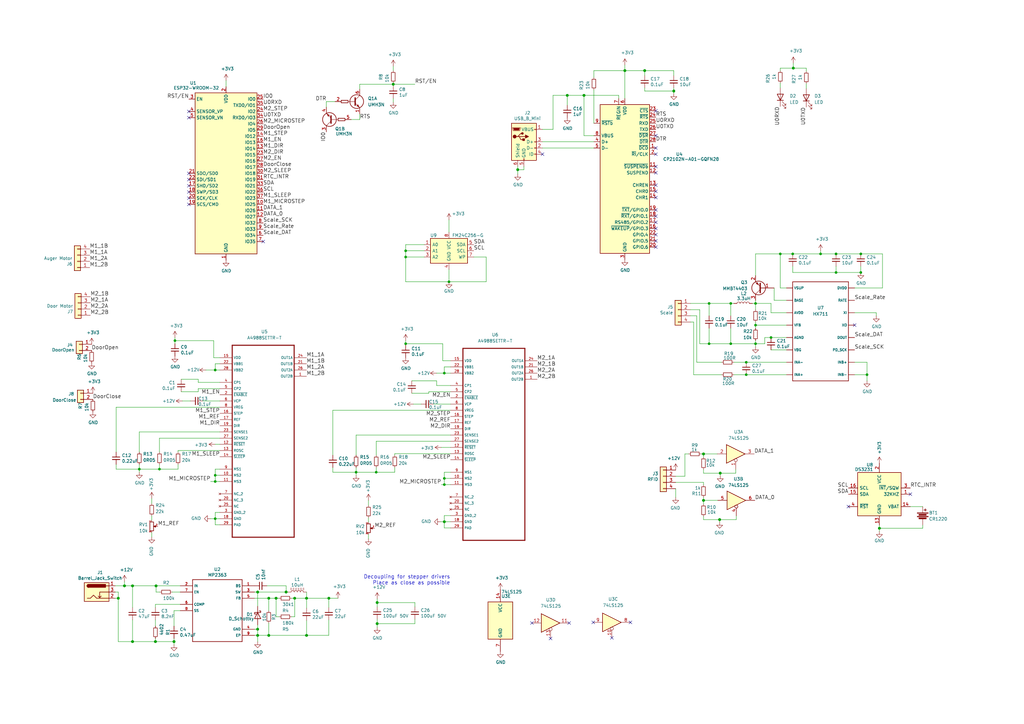
<source format=kicad_sch>
(kicad_sch (version 20230620) (generator eeschema)
  (paper "A3")
  (title_block (title "RFID Pet Feeder") (date "2023-07-14") (rev "1.1") (company "Ian Freislich"))
  (junction (at 125.73 245.364) (diameter 1.016))
  (junction (at 306.07 148.59))
  (junction (at 88.265 194.945))
  (junction (at 54.356 263.144) (diameter 1.016))
  (junction (at 342.9 111.76))
  (junction (at 146.05 193.675))
  (junction (at 288.544 205.232) (diameter 1.016))
  (junction (at 88.265 197.485))
  (junction (at 71.374 263.144) (diameter 1.016))
  (junction (at 299.72 140.97))
  (junction (at 232.664 39.116) (diameter 1.016))
  (junction (at 295.148 213.106) (diameter 1.016))
  (junction (at 299.72 124.46))
  (junction (at 71.755 139.7))
  (junction (at 48.514 245.364) (diameter 1.016))
  (junction (at 353.06 104.14))
  (junction (at 309.88 124.46))
  (junction (at 166.37 102.87))
  (junction (at 288.544 186.182) (diameter 1.016))
  (junction (at 184.15 115.57))
  (junction (at 117.348 242.824) (diameter 1.016))
  (junction (at 182.245 213.995) (diameter 1.016))
  (junction (at 88.265 151.765))
  (junction (at 161.29 34.544) (diameter 1.016))
  (junction (at 325.374 27.94) (diameter 1.016))
  (junction (at 360.68 216.662) (diameter 1.016))
  (junction (at 295.402 194.056) (diameter 1.016))
  (junction (at 256.286 28.956) (diameter 1.016))
  (junction (at 290.83 140.97))
  (junction (at 309.88 140.97))
  (junction (at 105.664 258.064) (diameter 1.016))
  (junction (at 182.245 196.215))
  (junction (at 154.686 255.778) (diameter 1.016))
  (junction (at 316.23 138.43))
  (junction (at 182.245 198.755))
  (junction (at 154.305 193.675))
  (junction (at 212.344 69.596) (diameter 1.016))
  (junction (at 51.054 240.284) (diameter 1.016))
  (junction (at 320.04 104.14))
  (junction (at 110.236 245.364) (diameter 1.016))
  (junction (at 342.9 104.14))
  (junction (at 166.37 140.97))
  (junction (at 105.664 242.824) (diameter 1.016))
  (junction (at 355.6 153.67))
  (junction (at 306.07 153.67))
  (junction (at 290.83 124.46))
  (junction (at 239.522 39.116) (diameter 1.016))
  (junction (at 105.664 260.604) (diameter 1.016))
  (junction (at 64.008 240.284) (diameter 1.016))
  (junction (at 57.15 192.405))
  (junction (at 154.686 247.142) (diameter 1.016))
  (junction (at 54.356 240.284) (diameter 1.016))
  (junction (at 65.405 192.405))
  (junction (at 336.55 104.14))
  (junction (at 353.06 111.76))
  (junction (at 125.73 260.604) (diameter 1.016))
  (junction (at 166.37 105.41))
  (junction (at 63.754 263.144) (diameter 1.016))
  (junction (at 325.12 104.14))
  (junction (at 113.2332 245.364) (diameter 1.016))
  (junction (at 120.8532 245.364) (diameter 1.016))
  (junction (at 88.265 212.725))
  (junction (at 309.88 133.35))
  (junction (at 264.414 28.956) (diameter 1.016))
  (junction (at 134.874 245.364) (diameter 1.016))
  (junction (at 182.245 153.035))
  (junction (at 276.352 37.338) (diameter 1.016))
  (junction (at 110.236 260.604) (diameter 1.016))
  (no_connect (at 77.47 73.66))
  (no_connect (at 268.986 91.186))
  (no_connect (at 218.186 255.524))
  (no_connect (at 77.47 78.74))
  (no_connect (at 268.986 60.706))
  (no_connect (at 268.986 70.866))
  (no_connect (at 347.98 207.772))
  (no_connect (at 268.986 55.626))
  (no_connect (at 77.47 81.28))
  (no_connect (at 243.332 255.27))
  (no_connect (at 77.47 83.82))
  (no_connect (at 268.986 98.806))
  (no_connect (at 268.986 75.946))
  (no_connect (at 268.986 101.346))
  (no_connect (at 107.95 99.06))
  (no_connect (at 250.952 261.62))
  (no_connect (at 77.47 45.72))
  (no_connect (at 222.504 63.246))
  (no_connect (at 268.986 81.026))
  (no_connect (at 268.986 68.326))
  (no_connect (at 268.986 78.486))
  (no_connect (at 77.47 76.2))
  (no_connect (at 268.986 45.466))
  (no_connect (at 77.47 71.12))
  (no_connect (at 268.986 93.726))
  (no_connect (at 233.426 255.524))
  (no_connect (at 373.38 202.692))
  (no_connect (at 258.572 255.27))
  (no_connect (at 268.986 96.266))
  (no_connect (at 225.806 261.874))
  (no_connect (at 350.52 133.35))
  (no_connect (at 77.47 48.26))
  (no_connect (at 268.986 88.646))
  (no_connect (at 268.986 86.106))
  (no_connect (at 268.986 63.246))
  (wire (pts (xy 119.5832 252.984) (xy 120.8532 252.984)))
  (wire (pts (xy 71.755 138.43) (xy 71.755 139.7)))
  (wire (pts (xy 63.754 254.254) (xy 63.754 256.794)))
  (wire (pts (xy 54.356 254.254) (xy 54.356 263.144)))
  (wire (pts (xy 301.752 194.056) (xy 301.752 192.532)))
  (wire (pts (xy 175.895 161.29) (xy 168.91 161.29)))
  (wire (pts (xy 309.88 124.46) (xy 316.23 124.46)))
  (wire (pts (xy 320.04 34.036) (xy 320.04 36.068)))
  (wire (pts (xy 134.874 245.364) (xy 138.6332 245.364)))
  (wire (pts (xy 342.9 111.76) (xy 353.06 111.76)))
  (wire (pts (xy 120.8532 245.364) (xy 120.8532 252.984)))
  (wire (pts (xy 105.664 260.604) (xy 110.236 260.604)))
  (wire (pts (xy 184.15 95.25) (xy 184.15 90.17)))
  (wire (pts (xy 283.21 129.54) (xy 285.75 129.54)))
  (wire (pts (xy 48.514 242.824) (xy 48.514 245.364)))
  (wire (pts (xy 212.344 68.326) (xy 212.344 69.596)))
  (wire (pts (xy 120.8532 245.364) (xy 125.73 245.364)))
  (wire (pts (xy 109.474 240.284) (xy 117.348 240.284)))
  (wire (pts (xy 110.236 260.604) (xy 125.73 260.604)))
  (wire (pts (xy 212.344 69.596) (xy 212.344 71.374)))
  (wire (pts (xy 161.925 186.055) (xy 184.785 186.055)))
  (wire (pts (xy 360.68 216.662) (xy 360.68 217.932)))
  (wire (pts (xy 214.884 68.326) (xy 214.884 69.596)))
  (wire (pts (xy 182.245 150.495) (xy 182.245 153.035)))
  (wire (pts (xy 73.914 247.904) (xy 63.754 247.904)))
  (wire (pts (xy 166.37 115.57) (xy 184.15 115.57)))
  (wire (pts (xy 243.586 28.956) (xy 256.286 28.956)))
  (wire (pts (xy 285.75 148.59) (xy 295.91 148.59)))
  (wire (pts (xy 256.286 28.956) (xy 256.286 40.386)))
  (wire (pts (xy 105.664 258.064) (xy 104.394 258.064)))
  (wire (pts (xy 277.114 197.866) (xy 288.544 197.866)))
  (wire (pts (xy 90.17 156.845) (xy 81.28 156.845)))
  (wire (pts (xy 290.83 140.97) (xy 299.72 140.97)))
  (wire (pts (xy 373.38 207.772) (xy 378.46 207.772)))
  (wire (pts (xy 63.754 263.144) (xy 71.374 263.144)))
  (wire (pts (xy 184.785 160.655) (xy 175.895 160.655)))
  (wire (pts (xy 105.664 260.604) (xy 105.664 263.144)))
  (wire (pts (xy 81.28 159.385) (xy 90.17 159.385)))
  (wire (pts (xy 256.286 28.956) (xy 264.414 28.956)))
  (wire (pts (xy 287.02 127) (xy 287.02 140.97)))
  (wire (pts (xy 295.148 213.106) (xy 295.148 214.122)))
  (wire (pts (xy 71.374 263.144) (xy 71.374 264.414)))
  (wire (pts (xy 175.895 160.655) (xy 175.895 161.29)))
  (wire (pts (xy 47.244 240.284) (xy 51.054 240.284)))
  (wire (pts (xy 133.858 43.942) (xy 133.858 41.656)))
  (wire (pts (xy 214.884 69.596) (xy 212.344 69.596)))
  (wire (pts (xy 133.858 41.656) (xy 137.414 41.656)))
  (wire (pts (xy 199.39 115.57) (xy 199.39 105.41)))
  (wire (pts (xy 342.9 104.14) (xy 353.06 104.14)))
  (wire (pts (xy 71.374 250.444) (xy 73.914 250.444)))
  (wire (pts (xy 325.12 109.22) (xy 325.12 111.76)))
  (wire (pts (xy 62.23 211.582) (xy 62.23 213.36)))
  (wire (pts (xy 154.686 254) (xy 154.686 255.778)))
  (wire (pts (xy 317.5 123.19) (xy 322.58 123.19)))
  (wire (pts (xy 243.586 36.83) (xy 243.586 50.546)))
  (wire (pts (xy 181.61 140.97) (xy 166.37 140.97)))
  (wire (pts (xy 378.46 216.662) (xy 360.68 216.662)))
  (wire (pts (xy 87.63 146.685) (xy 87.63 139.7)))
  (wire (pts (xy 253.746 39.116) (xy 239.522 39.116)))
  (wire (pts (xy 280.924 186.182) (xy 280.924 195.326)))
  (wire (pts (xy 342.9 109.22) (xy 342.9 111.76)))
  (wire (pts (xy 180.721 213.995) (xy 182.245 213.995)))
  (wire (pts (xy 136.525 186.69) (xy 136.525 168.275)))
  (wire (pts (xy 283.21 132.08) (xy 284.48 132.08)))
  (wire (pts (xy 283.21 127) (xy 287.02 127)))
  (wire (pts (xy 110.236 255.524) (xy 110.236 260.604)))
  (wire (pts (xy 288.544 203.962) (xy 288.544 205.232)))
  (wire (pts (xy 88.265 212.725) (xy 90.17 212.725)))
  (wire (pts (xy 71.755 139.7) (xy 71.755 140.97)))
  (wire (pts (xy 166.37 105.41) (xy 166.37 115.57)))
  (wire (pts (xy 125.73 260.604) (xy 134.874 260.604)))
  (wire (pts (xy 226.822 39.116) (xy 232.664 39.116)))
  (wire (pts (xy 161.29 40.386) (xy 161.29 41.91)))
  (wire (pts (xy 88.265 215.265) (xy 88.265 212.725)))
  (wire (pts (xy 276.352 36.068) (xy 276.352 37.338)))
  (wire (pts (xy 81.28 156.845) (xy 81.28 155.575)))
  (wire (pts (xy 177.8 165.735) (xy 184.785 165.735)))
  (wire (pts (xy 81.28 155.575) (xy 74.295 155.575)))
  (wire (pts (xy 105.664 242.824) (xy 105.664 248.666)))
  (wire (pts (xy 288.544 213.106) (xy 295.148 213.106)))
  (wire (pts (xy 295.148 213.106) (xy 302.006 213.106)))
  (wire (pts (xy 300.99 153.67) (xy 306.07 153.67)))
  (wire (pts (xy 316.23 138.43) (xy 313.69 138.43)))
  (wire (pts (xy 134.874 245.364) (xy 134.874 249.174)))
  (wire (pts (xy 161.29 34.544) (xy 161.29 35.306)))
  (wire (pts (xy 51.054 240.284) (xy 54.356 240.284)))
  (wire (pts (xy 54.356 240.284) (xy 64.008 240.284)))
  (wire (pts (xy 325.374 27.94) (xy 330.708 27.94)))
  (wire (pts (xy 147.574 34.544) (xy 161.29 34.544)))
  (wire (pts (xy 70.612 242.824) (xy 73.914 242.824)))
  (wire (pts (xy 283.21 124.46) (xy 290.83 124.46)))
  (wire (pts (xy 125.73 254.508) (xy 125.73 260.604)))
  (wire (pts (xy 84.455 151.765) (xy 88.265 151.765)))
  (wire (pts (xy 350.52 128.27) (xy 359.41 128.27)))
  (wire (pts (xy 151.13 205.232) (xy 151.13 207.264)))
  (wire (pts (xy 276.352 37.338) (xy 276.352 38.354)))
  (wire (pts (xy 144.018 49.022) (xy 147.574 49.022)))
  (wire (pts (xy 336.55 102.87) (xy 336.55 104.14)))
  (wire (pts (xy 154.686 255.778) (xy 154.686 257.302)))
  (wire (pts (xy 361.95 104.14) (xy 353.06 104.14)))
  (wire (pts (xy 154.305 180.975) (xy 184.785 180.975)))
  (wire (pts (xy 151.13 219.202) (xy 151.13 220.98)))
  (wire (pts (xy 182.245 216.535) (xy 182.245 213.995)))
  (wire (pts (xy 73.025 190.5) (xy 73.025 192.405)))
  (wire (pts (xy 277.114 195.326) (xy 280.924 195.326)))
  (wire (pts (xy 222.504 60.706) (xy 243.586 60.706)))
  (wire (pts (xy 313.69 138.43) (xy 313.69 140.97)))
  (wire (pts (xy 355.6 148.59) (xy 355.6 153.67)))
  (wire (pts (xy 288.544 186.182) (xy 288.544 187.452)))
  (wire (pts (xy 154.305 186.69) (xy 154.305 180.975)))
  (wire (pts (xy 65.532 242.824) (xy 64.008 242.824)))
  (wire (pts (xy 316.23 143.51) (xy 322.58 143.51)))
  (wire (pts (xy 71.374 261.874) (xy 71.374 263.144)))
  (wire (pts (xy 166.37 139.7) (xy 166.37 140.97)))
  (wire (pts (xy 184.15 115.57) (xy 199.39 115.57)))
  (wire (pts (xy 161.925 193.675) (xy 154.305 193.675)))
  (wire (pts (xy 322.58 118.11) (xy 320.04 118.11)))
  (wire (pts (xy 88.265 210.185) (xy 88.265 212.725)))
  (wire (pts (xy 125.73 242.824) (xy 125.73 245.364)))
  (wire (pts (xy 179.07 153.035) (xy 182.245 153.035)))
  (wire (pts (xy 161.925 191.77) (xy 161.925 193.675)))
  (wire (pts (xy 92.71 33.02) (xy 92.71 35.56)))
  (wire (pts (xy 113.2332 245.364) (xy 113.2332 252.984)))
  (wire (pts (xy 83.185 164.465) (xy 90.17 164.465)))
  (wire (pts (xy 309.88 133.35) (xy 309.88 134.62)))
  (wire (pts (xy 288.544 205.232) (xy 294.386 205.232)))
  (wire (pts (xy 226.822 53.086) (xy 226.822 39.116)))
  (wire (pts (xy 86.36 212.725) (xy 88.265 212.725)))
  (wire (pts (xy 170.18 248.92) (xy 170.18 247.142)))
  (wire (pts (xy 147.574 46.736) (xy 147.574 49.022)))
  (wire (pts (xy 88.265 194.945) (xy 88.265 197.485)))
  (wire (pts (xy 243.586 31.75) (xy 243.586 28.956)))
  (wire (pts (xy 90.17 146.685) (xy 87.63 146.685)))
  (wire (pts (xy 88.265 182.245) (xy 90.17 182.245)))
  (wire (pts (xy 180.975 183.515) (xy 184.785 183.515)))
  (wire (pts (xy 113.2332 245.364) (xy 114.5032 245.364)))
  (wire (pts (xy 151.13 212.344) (xy 151.13 214.122)))
  (wire (pts (xy 51.054 238.506) (xy 51.054 240.284)))
  (wire (pts (xy 47.625 192.405) (xy 57.15 192.405)))
  (wire (pts (xy 90.17 184.785) (xy 73.025 184.785)))
  (wire (pts (xy 63.754 261.874) (xy 63.754 263.144)))
  (wire (pts (xy 290.83 124.46) (xy 299.72 124.46)))
  (wire (pts (xy 65.405 179.705) (xy 90.17 179.705)))
  (wire (pts (xy 288.544 194.056) (xy 295.402 194.056)))
  (wire (pts (xy 322.58 128.27) (xy 316.23 128.27)))
  (wire (pts (xy 350.52 153.67) (xy 355.6 153.67)))
  (wire (pts (xy 169.545 165.735) (xy 172.72 165.735)))
  (wire (pts (xy 161.29 34.036) (xy 161.29 34.544)))
  (wire (pts (xy 182.245 213.995) (xy 184.785 213.995)))
  (wire (pts (xy 146.05 193.675) (xy 154.305 193.675)))
  (wire (pts (xy 309.88 132.08) (xy 309.88 133.35)))
  (wire (pts (xy 325.12 104.14) (xy 336.55 104.14)))
  (wire (pts (xy 284.48 153.67) (xy 295.91 153.67)))
  (wire (pts (xy 290.83 134.62) (xy 290.83 140.97)))
  (wire (pts (xy 288.544 211.836) (xy 288.544 213.106)))
  (wire (pts (xy 90.17 149.225) (xy 88.265 149.225)))
  (wire (pts (xy 117.348 240.284) (xy 117.348 242.824)))
  (wire (pts (xy 184.15 110.49) (xy 184.15 115.57)))
  (wire (pts (xy 309.88 124.46) (xy 309.88 127)))
  (wire (pts (xy 309.88 139.7) (xy 309.88 140.97)))
  (wire (pts (xy 88.265 194.945) (xy 90.17 194.945)))
  (wire (pts (xy 184.785 147.955) (xy 181.61 147.955)))
  (wire (pts (xy 146.05 193.675) (xy 146.05 194.945)))
  (wire (pts (xy 306.07 153.67) (xy 322.58 153.67)))
  (wire (pts (xy 147.574 36.576) (xy 147.574 34.544)))
  (wire (pts (xy 299.72 134.62) (xy 299.72 140.97)))
  (wire (pts (xy 361.95 118.11) (xy 361.95 104.14)))
  (wire (pts (xy 90.17 210.185) (xy 88.265 210.185)))
  (wire (pts (xy 64.008 240.284) (xy 64.008 242.824)))
  (wire (pts (xy 295.402 194.056) (xy 295.402 195.072)))
  (wire (pts (xy 47.625 190.5) (xy 47.625 192.405)))
  (wire (pts (xy 320.04 27.94) (xy 320.04 28.956)))
  (wire (pts (xy 105.664 258.064) (xy 105.664 260.604)))
  (wire (pts (xy 378.46 215.392) (xy 378.46 216.662)))
  (wire (pts (xy 282.448 186.182) (xy 280.924 186.182)))
  (wire (pts (xy 325.374 25.908) (xy 325.374 27.94)))
  (wire (pts (xy 316.23 138.43) (xy 322.58 138.43)))
  (wire (pts (xy 136.525 168.275) (xy 184.785 168.275)))
  (wire (pts (xy 154.305 191.77) (xy 154.305 193.675)))
  (wire (pts (xy 256.286 26.67) (xy 256.286 28.956)))
  (wire (pts (xy 284.48 132.08) (xy 284.48 153.67)))
  (wire (pts (xy 330.708 34.29) (xy 330.708 36.322)))
  (wire (pts (xy 290.83 124.46) (xy 290.83 129.54)))
  (wire (pts (xy 88.265 149.225) (xy 88.265 151.765)))
  (wire (pts (xy 182.245 211.455) (xy 182.245 213.995)))
  (wire (pts (xy 299.72 124.46) (xy 300.99 124.46)))
  (wire (pts (xy 136.525 193.675) (xy 146.05 193.675)))
  (wire (pts (xy 73.025 192.405) (xy 65.405 192.405)))
  (wire (pts (xy 161.29 27.178) (xy 161.29 28.956)))
  (wire (pts (xy 287.02 140.97) (xy 290.83 140.97)))
  (wire (pts (xy 104.394 242.824) (xy 105.664 242.824)))
  (wire (pts (xy 90.17 215.265) (xy 88.265 215.265)))
  (wire (pts (xy 320.04 104.14) (xy 325.12 104.14)))
  (wire (pts (xy 134.874 260.604) (xy 134.874 254.254)))
  (wire (pts (xy 325.12 111.76) (xy 342.9 111.76)))
  (wire (pts (xy 264.414 37.338) (xy 276.352 37.338)))
  (wire (pts (xy 63.754 247.904) (xy 63.754 249.174)))
  (wire (pts (xy 313.69 140.97) (xy 309.88 140.97)))
  (wire (pts (xy 320.04 27.94) (xy 325.374 27.94)))
  (wire (pts (xy 105.664 242.824) (xy 117.348 242.824)))
  (wire (pts (xy 88.265 151.765) (xy 90.17 151.765)))
  (wire (pts (xy 125.73 245.364) (xy 134.874 245.364)))
  (wire (pts (xy 173.99 105.41) (xy 166.37 105.41)))
  (wire (pts (xy 57.15 190.5) (xy 57.15 192.405)))
  (wire (pts (xy 47.244 245.364) (xy 48.514 245.364)))
  (wire (pts (xy 300.99 148.59) (xy 306.07 148.59)))
  (wire (pts (xy 184.785 150.495) (xy 182.245 150.495)))
  (wire (pts (xy 232.664 39.116) (xy 239.522 39.116)))
  (wire (pts (xy 90.17 192.405) (xy 88.265 192.405)))
  (wire (pts (xy 166.37 100.33) (xy 166.37 102.87)))
  (wire (pts (xy 47.625 167.005) (xy 90.17 167.005)))
  (wire (pts (xy 47.625 185.42) (xy 47.625 167.005)))
  (wire (pts (xy 264.414 36.068) (xy 264.414 37.338)))
  (wire (pts (xy 54.356 240.284) (xy 54.356 249.174)))
  (wire (pts (xy 62.23 204.47) (xy 62.23 206.502)))
  (wire (pts (xy 170.18 254) (xy 170.18 255.778)))
  (wire (pts (xy 168.91 156.21) (xy 179.07 156.21)))
  (wire (pts (xy 353.06 109.22) (xy 353.06 111.76)))
  (wire (pts (xy 57.15 185.42) (xy 57.15 177.165)))
  (wire (pts (xy 125.73 245.364) (xy 125.73 249.428)))
  (wire (pts (xy 309.88 133.35) (xy 322.58 133.35)))
  (wire (pts (xy 360.68 215.392) (xy 360.68 216.662)))
  (wire (pts (xy 161.925 186.055) (xy 161.925 186.69)))
  (wire (pts (xy 119.5832 245.364) (xy 120.8532 245.364)))
  (wire (pts (xy 264.414 28.956) (xy 276.352 28.956)))
  (wire (pts (xy 295.402 194.056) (xy 301.752 194.056)))
  (wire (pts (xy 320.04 118.11) (xy 320.04 104.14)))
  (wire (pts (xy 253.746 40.386) (xy 253.746 39.116)))
  (wire (pts (xy 173.99 102.87) (xy 166.37 102.87)))
  (wire (pts (xy 276.352 28.956) (xy 276.352 30.988)))
  (wire (pts (xy 104.394 260.604) (xy 105.664 260.604)))
  (wire (pts (xy 232.664 39.116) (xy 232.664 43.18)))
  (wire (pts (xy 288.544 197.866) (xy 288.544 198.882)))
  (wire (pts (xy 179.07 156.21) (xy 179.07 158.115)))
  (wire (pts (xy 288.544 205.232) (xy 288.544 206.756)))
  (wire (pts (xy 65.405 185.42) (xy 65.405 179.705)))
  (wire (pts (xy 222.504 58.166) (xy 243.586 58.166)))
  (wire (pts (xy 182.245 198.755) (xy 184.785 198.755)))
  (wire (pts (xy 316.23 128.27) (xy 316.23 124.46)))
  (wire (pts (xy 182.245 211.455) (xy 184.785 211.455)))
  (wire (pts (xy 239.522 39.116) (xy 239.522 55.626)))
  (wire (pts (xy 181.61 147.955) (xy 181.61 140.97)))
  (wire (pts (xy 170.18 255.778) (xy 154.686 255.778)))
  (wire (pts (xy 146.05 191.77) (xy 146.05 193.675)))
  (wire (pts (xy 64.008 240.284) (xy 73.914 240.284)))
  (wire (pts (xy 350.52 148.59) (xy 355.6 148.59)))
  (wire (pts (xy 285.75 129.54) (xy 285.75 148.59)))
  (wire (pts (xy 73.025 184.785) (xy 73.025 185.42)))
  (wire (pts (xy 330.708 27.94) (xy 330.708 29.21)))
  (wire (pts (xy 182.245 196.215) (xy 182.245 198.755)))
  (wire (pts (xy 48.514 245.364) (xy 48.514 263.144)))
  (wire (pts (xy 48.514 263.144) (xy 54.356 263.144)))
  (wire (pts (xy 54.356 263.144) (xy 63.754 263.144)))
  (wire (pts (xy 182.245 196.215) (xy 184.785 196.215)))
  (wire (pts (xy 350.52 118.11) (xy 361.95 118.11)))
  (wire (pts (xy 65.405 192.405) (xy 57.15 192.405)))
  (wire (pts (xy 170.18 247.142) (xy 154.686 247.142)))
  (wire (pts (xy 199.39 105.41) (xy 194.31 105.41)))
  (wire (pts (xy 105.664 256.286) (xy 105.664 258.064)))
  (wire (pts (xy 182.245 193.675) (xy 182.245 196.215)))
  (wire (pts (xy 113.2332 252.984) (xy 114.5032 252.984)))
  (wire (pts (xy 74.803 164.465) (xy 78.105 164.465)))
  (wire (pts (xy 299.72 124.46) (xy 299.72 129.54)))
  (wire (pts (xy 57.15 192.405) (xy 57.15 193.675)))
  (wire (pts (xy 239.522 55.626) (xy 243.586 55.626)))
  (wire (pts (xy 288.544 186.182) (xy 294.132 186.182)))
  (wire (pts (xy 184.785 178.435) (xy 146.05 178.435)))
  (wire (pts (xy 306.07 148.59) (xy 322.58 148.59)))
  (wire (pts (xy 161.29 34.544) (xy 170.18 34.544)))
  (wire (pts (xy 71.374 256.794) (xy 71.374 250.444)))
  (wire (pts (xy 74.295 160.655) (xy 81.28 160.655)))
  (wire (pts (xy 166.37 102.87) (xy 166.37 105.41)))
  (wire (pts (xy 65.405 190.5) (xy 65.405 192.405)))
  (wire (pts (xy 86.36 197.485) (xy 88.265 197.485)))
  (wire (pts (xy 117.348 242.824) (xy 118.11 242.824)))
  (wire (pts (xy 154.686 247.142) (xy 154.686 248.92)))
  (wire (pts (xy 184.785 193.675) (xy 182.245 193.675)))
  (wire (pts (xy 264.414 28.956) (xy 264.414 30.988)))
  (wire (pts (xy 317.5 118.11) (xy 317.5 123.19)))
  (wire (pts (xy 87.63 139.7) (xy 71.755 139.7)))
  (wire (pts (xy 179.07 158.115) (xy 184.785 158.115)))
  (wire (pts (xy 47.244 242.824) (xy 48.514 242.824)))
  (wire (pts (xy 146.05 178.435) (xy 146.05 186.69)))
  (wire (pts (xy 277.114 200.406) (xy 277.114 203.962)))
  (wire (pts (xy 110.236 245.364) (xy 110.236 250.444)))
  (wire (pts (xy 309.88 104.14) (xy 320.04 104.14)))
  (wire (pts (xy 110.236 245.364) (xy 113.2332 245.364)))
  (wire (pts (xy 309.88 113.03) (xy 309.88 104.14)))
  (wire (pts (xy 302.006 213.106) (xy 302.006 211.582)))
  (wire (pts (xy 336.55 104.14) (xy 342.9 104.14)))
  (wire (pts (xy 104.394 245.364) (xy 110.236 245.364)))
  (wire (pts (xy 166.37 140.97) (xy 166.37 141.605)))
  (wire (pts (xy 355.6 153.67) (xy 355.6 156.21)))
  (wire (pts (xy 308.61 124.46) (xy 309.88 124.46)))
  (wire (pts (xy 287.528 186.182) (xy 288.544 186.182)))
  (wire (pts (xy 57.15 177.165) (xy 90.17 177.165)))
  (wire (pts (xy 359.41 128.27) (xy 359.41 129.54)))
  (wire (pts (xy 288.544 192.532) (xy 288.544 194.056)))
  (wire (pts (xy 182.245 216.535) (xy 184.785 216.535)))
  (wire (pts (xy 136.525 191.77) (xy 136.525 193.675)))
  (wire (pts (xy 154.686 245.618) (xy 154.686 247.142)))
  (wire (pts (xy 222.504 53.086) (xy 226.822 53.086)))
  (wire (pts (xy 88.265 192.405) (xy 88.265 194.945)))
  (wire (pts (xy 180.975 198.755) (xy 182.245 198.755)))
  (wire (pts (xy 182.245 153.035) (xy 184.785 153.035)))
  (wire (pts (xy 166.37 100.33) (xy 173.99 100.33)))
  (wire (pts (xy 309.88 123.19) (xy 309.88 124.46)))
  (wire (pts (xy 88.265 197.485) (xy 90.17 197.485)))
  (wire (pts (xy 62.23 218.44) (xy 62.23 220.218)))
  (wire (pts (xy 299.72 140.97) (xy 309.88 140.97)))
  (wire (pts (xy 81.28 160.655) (xy 81.28 159.385)))
  (wire (pts (xy 309.88 140.97) (xy 309.88 142.24)))
  (text "Decoupling for stepper drivers\nPlace as close as possible" (at 184.658 240.03 0) (effects (font (size 1.524 1.524)) (justify right bottom)))
  (label "M2_DIR" (at 184.785 175.895 0) (effects (font (size 1.524 1.524))))
  (label "RTS" (at 268.986 48.006 0) (effects (font (size 1.524 1.524))))
  (label "M2_STEP" (at 107.95 45.72 0) (effects (font (size 1.524 1.524))))
  (label "M2_1A" (at 37.084 124.206 0) (effects (font (size 1.524 1.524))))
  (label "M1_REF" (at 64.77 215.9 0) (effects (font (size 1.524 1.524))))
  (label "IO0" (at 107.95 40.64 0) (effects (font (size 1.524 1.524))))
  (label "M2_REF" (at 153.67 216.662 0) (effects (font (size 1.524 1.524))))
  (label "U0TXD" (at 107.95 48.26 0) (effects (font (size 1.524 1.524))))
  (label "RTC_INTR" (at 373.38 200.152 0) (effects (font (size 1.524 1.524))))
  (label "SCL" (at 107.95 78.74 0) (effects (font (size 1.524 1.524))))
  (label "M1_STEP" (at 90.17 169.545 0) (effects (font (size 1.524 1.524))))
  (label "M1_1A" (at 36.83 104.648 0) (effects (font (size 1.524 1.524))))
  (label "DoorClose" (at 107.95 68.58 0) (effects (font (size 1.524 1.524))))
  (label "DATA_1" (at 107.95 86.36 0) (effects (font (size 1.524 1.524))))
  (label "Scale_DAT" (at 107.95 96.52 0) (effects (font (size 1.524 1.524))))
  (label "SCL" (at 194.31 102.87 0) (effects (font (size 1.524 1.524))))
  (label "DATA_1" (at 309.372 186.182 0) (effects (font (size 1.524 1.524))))
  (label "U0RXD" (at 320.04 43.688 90) (effects (font (size 1.524 1.524))))
  (label "M1_MICROSTEP" (at 86.36 197.485 0) (effects (font (size 1.524 1.524))))
  (label "RTS" (at 147.574 49.022 0) (effects (font (size 1.524 1.524))))
  (label "M2_EN" (at 107.95 66.04 0) (effects (font (size 1.524 1.524))))
  (label "U0RXD" (at 107.95 43.18 0) (effects (font (size 1.524 1.524))))
  (label "DoorClose" (at 38.1 163.83 0) (effects (font (size 1.524 1.524))))
  (label "M1_EN" (at 90.17 161.925 0) (effects (font (size 1.524 1.524))))
  (label "M2_DIR" (at 107.95 63.5 0) (effects (font (size 1.524 1.524))))
  (label "M1_2A" (at 36.83 107.188 0) (effects (font (size 1.524 1.524))))
  (label "SDA" (at 107.95 76.2 0) (effects (font (size 1.524 1.524))))
  (label "SDA" (at 194.31 100.33 0) (effects (font (size 1.524 1.524))))
  (label "DATA_0" (at 309.626 205.232 0) (effects (font (size 1.524 1.524))))
  (label "RST{slash}EN" (at 77.47 40.64 0) (effects (font (size 1.524 1.524))))
  (label "M1_2B" (at 36.83 109.728 0) (effects (font (size 1.524 1.524))))
  (label "M1_REF" (at 90.17 172.085 0) (effects (font (size 1.524 1.524))))
  (label "SCL" (at 347.98 200.152 0) (effects (font (size 1.524 1.524))))
  (label "M2_1B" (at 37.084 121.666 0) (effects (font (size 1.524 1.524))))
  (label "M2_2A" (at 37.084 126.746 0) (effects (font (size 1.524 1.524))))
  (label "M1_DIR" (at 90.17 174.625 0) (effects (font (size 1.524 1.524))))
  (label "M2_MICROSTEP" (at 180.975 198.755 0) (effects (font (size 1.524 1.524))))
  (label "M1_1B" (at 36.83 102.108 0) (effects (font (size 1.524 1.524))))
  (label "Scale_Rate" (at 350.52 123.19 0) (effects (font (size 1.524 1.524))))
  (label "M2_MICROSTEP" (at 107.95 50.8 0) (effects (font (size 1.524 1.524))))
  (label "SDA" (at 347.98 202.692 0) (effects (font (size 1.524 1.524))))
  (label "M1_STEP" (at 107.95 55.88 0) (effects (font (size 1.524 1.524))))
  (label "M2_2B" (at 37.084 129.286 0) (effects (font (size 1.524 1.524))))
  (label "IO0" (at 133.858 54.102 90) (effects (font (size 1.524 1.524))))
  (label "M1_EN" (at 107.95 58.42 0) (effects (font (size 1.524 1.524))))
  (label "M1_MICROSTEP" (at 107.95 83.82 0) (effects (font (size 1.524 1.524))))
  (label "U0TXD" (at 330.708 43.942 90) (effects (font (size 1.524 1.524))))
  (label "M2_EN" (at 184.785 163.195 0) (effects (font (size 1.524 1.524))))
  (label "DoorOpen" (at 107.95 53.34 0) (effects (font (size 1.524 1.524))))
  (label "M2_SLEEP" (at 184.785 188.595 180) (effects (font (size 1.524 1.524))))
  (label "M1_SLEEP" (at 107.95 81.28 0) (effects (font (size 1.524 1.524))))
  (label "M1_2A" (at 125.73 151.765 0) (effects (font (size 1.524 1.524))))
  (label "M2_2A" (at 220.345 153.035 0) (effects (font (size 1.524 1.524))))
  (label "Scale_Rate" (at 107.95 93.98 0) (effects (font (size 1.524 1.524))))
  (label "M1_1B" (at 125.73 149.225 0) (effects (font (size 1.524 1.524))))
  (label "Scale_SCK" (at 350.52 143.51 0) (effects (font (size 1.524 1.524))))
  (label "DTR" (at 133.858 41.656 0) (effects (font (size 1.524 1.524))))
  (label "Scale_DAT" (at 350.52 138.43 0) (effects (font (size 1.524 1.524))))
  (label "RTC_INTR" (at 107.95 73.66 0) (effects (font (size 1.524 1.524))))
  (label "RST{slash}EN" (at 170.18 34.544 0) (effects (font (size 1.524 1.524))))
  (label "DoorOpen" (at 37.592 143.764 0) (effects (font (size 1.524 1.524))))
  (label "M2_STEP" (at 184.785 170.815 0) (effects (font (size 1.524 1.524))))
  (label "M2_1B" (at 220.345 150.495 0) (effects (font (size 1.524 1.524))))
  (label "M2_REF" (at 184.785 173.355 0) (effects (font (size 1.524 1.524))))
  (label "Scale_SCK" (at 107.95 91.44 0) (effects (font (size 1.524 1.524))))
  (label "U0TXD" (at 268.986 53.086 0) (effects (font (size 1.524 1.524))))
  (label "DATA_0" (at 107.95 88.9 0) (effects (font (size 1.524 1.524))))
  (label "M1_2B" (at 125.73 154.305 0) (effects (font (size 1.524 1.524))))
  (label "M1_1A" (at 125.73 146.685 0) (effects (font (size 1.524 1.524))))
  (label "DTR" (at 268.986 58.166 0) (effects (font (size 1.524 1.524))))
  (label "M2_1A" (at 220.345 147.955 0) (effects (font (size 1.524 1.524))))
  (label "U0RXD" (at 268.986 50.546 0) (effects (font (size 1.524 1.524))))
  (label "M1_DIR" (at 107.95 60.96 0) (effects (font (size 1.524 1.524))))
  (label "M2_SLEEP" (at 107.95 71.12 0) (effects (font (size 1.524 1.524))))
  (label "M2_2B" (at 220.345 155.575 0) (effects (font (size 1.524 1.524))))
  (label "M1_SLEEP" (at 90.17 187.325 180) (effects (font (size 1.524 1.524))))
  (symbol (lib_id "Device:L_Ferrite") (at 121.92 242.824 90) (unit 1)
    (property "Reference" "L1" (at 121.92 237.617 90))
    (property "Value" "10uH" (at 121.92 239.9284 90))
    (property "Footprint" "Inductor_SMD:L_7.3x7.3_H3.5" (effects hide))
  )
  (symbol (lib_id "Device:C_Small") (at 125.73 251.968 0) (unit 1)
    (property "Reference" "C6" (at 128.0668 250.7996 0) (effects (justify left)))
    (property "Value" "22uF" (at 128.0668 253.111 0) (effects (justify left)))
    (property "Footprint" "Capacitor_SMD:C_0805_2012Metric" (effects hide))
  )
  (symbol (lib_id "Connector_Generic:Conn_01x04") (at 272.034 195.326 0) (mirror y) (unit 1)
    (property "Reference" "J3" (at 270.002 194.2592 0) (effects (justify left)))
    (property "Value" "RFID" (at 270.002 196.571 0) (effects (justify left)))
    (property "Footprint" "Connector_JST:JST_PH_B4B-PH-K_1x04_P2.00mm_Vertical" (effects hide))
  )
  (symbol (lib_id "power:GND") (at 277.114 203.962 0) (mirror y) (unit 1)
    (property "Reference" "#PWR09" (effects hide))
    (property "Value" "GND" (at 276.987 208.3562 0))
  )
  (symbol (lib_id "Connector:USB_B_Mini") (at 214.884 58.166 0) (unit 1)
    (property "Reference" "J2" (at 216.3316 46.3038 0))
    (property "Value" "USB_B_Mini" (at 216.332 48.616 0))
    (property "Footprint" "Connector_USB:USB_Mini-B_Lumberg_2486_01_Horizontal" (effects hide))
  )
  (symbol (lib_id "mp2307:MP2307DN-LF-Z") (at 89.154 250.444 0) (unit 1)
    (property "Reference" "U2" (at 89.154 233.5276 0))
    (property "Value" "MP2363" (at 89.154 235.839 0))
    (property "Footprint" "Package_SO:HSOP-8-1EP_3.9x4.9mm_P1.27mm_EP2.41x3.1mm_ThermalVias" (effects hide))
    (property "Datasheet" "1.9" (effects hide))
    (property "Field4" "IPC 7351B" (effects hide))
    (property "Field5" "Monolithic Power  System" (effects hide))
  )
  (symbol (lib_id "Connector:Barrel_Jack_Switch") (at 39.624 242.824 0) (unit 1)
    (property "Reference" "J1" (at 41.0718 234.7976 0))
    (property "Value" "Barrel_Jack_Switch" (at 41.0718 237.109 0))
    (property "Footprint" "Connector_BarrelJack:BarrelJack_Horizontal" (effects hide))
  )
  (symbol (lib_id "Device:C_Small") (at 71.374 259.334 0) (unit 1)
    (property "Reference" "C4" (at 73.7108 258.1656 0) (effects (justify left)))
    (property "Value" "0.47uF" (at 73.711 260.477 0) (effects (justify left)))
    (property "Footprint" "Capacitor_SMD:C_0805_2012Metric" (effects hide))
  )
  (symbol (lib_id "Device:R_Small") (at 68.072 242.824 270) (unit 1)
    (property "Reference" "R2" (at 66.802 239.014 90) (effects (justify left)))
    (property "Value" "100k" (at 66.802 245.364 90) (effects (justify left)))
    (property "Footprint" "Resistor_SMD:R_0603_1608Metric" (effects hide))
  )
  (symbol (lib_id "Device:C_Small") (at 63.754 251.714 0) (unit 1)
    (property "Reference" "C3" (at 66.0908 250.5456 0) (effects (justify left)))
    (property "Value" "8.2nF" (at 66.091 252.857 0) (effects (justify left)))
    (property "Footprint" "Capacitor_SMD:C_0805_2012Metric" (effects hide))
  )
  (symbol (lib_id "power:GND") (at 105.664 263.144 0) (unit 1)
    (property "Reference" "#PWR04" (effects hide))
    (property "Value" "GND" (at 105.791 267.5382 0))
  )
  (symbol (lib_id "Device:R_Small") (at 117.0432 245.364 270) (unit 1)
    (property "Reference" "R4" (at 115.7732 250.444 90) (effects (justify left)))
    (property "Value" "30k1" (at 115.7732 247.904 90) (effects (justify left)))
    (property "Footprint" "Resistor_SMD:R_0805_2012Metric" (effects hide))
  )
  (symbol (lib_id "Device:R_Small") (at 110.236 252.984 180) (unit 1)
    (property "Reference" "R3" (at 112.268 251.714 90) (effects (justify left)))
    (property "Value" "10k" (at 108.458 251.206 90) (effects (justify left)))
    (property "Footprint" "Resistor_SMD:R_0603_1608Metric" (effects hide))
  )
  (symbol (lib_id "Device:R_Small") (at 63.754 259.334 0) (unit 1)
    (property "Reference" "R1" (at 68.834 260.604 90) (effects (justify left)))
    (property "Value" "4k02" (at 66.294 260.604 90) (effects (justify left)))
    (property "Footprint" "Resistor_SMD:R_0603_1608Metric" (effects hide))
  )
  (symbol (lib_id "power:GND") (at 71.374 264.414 0) (unit 1)
    (property "Reference" "#PWR03" (effects hide))
    (property "Value" "GND" (at 71.501 268.8082 0))
  )
  (symbol (lib_id "Device:C_Small") (at 134.874 251.714 0) (unit 1)
    (property "Reference" "C7" (at 137.2108 250.5456 0) (effects (justify left)))
    (property "Value" "22uF" (at 137.2108 252.857 0) (effects (justify left)))
    (property "Footprint" "Capacitor_SMD:C_0805_2012Metric" (effects hide))
  )
  (symbol (lib_id "Device:C_Small") (at 106.934 240.284 90) (unit 1)
    (property "Reference" "C5" (at 105.7656 237.9472 0) (effects (justify left)))
    (property "Value" "10nf" (at 108.077 237.9472 0) (effects (justify left)))
    (property "Footprint" "Capacitor_SMD:C_0805_2012Metric" (effects hide))
  )
  (symbol (lib_id "Device:R_Small") (at 117.0432 252.984 270) (unit 1)
    (property "Reference" "R5" (at 115.7732 258.064 90) (effects (justify left)))
    (property "Value" "180k" (at 115.7732 255.524 90) (effects (justify left)))
    (property "Footprint" "Resistor_SMD:R_0805_2012Metric" (effects hide))
  )
  (symbol (lib_id "Device:C_Small") (at 54.356 251.714 0) (unit 1)
    (property "Reference" "C2" (at 56.6928 250.5456 0) (effects (justify left)))
    (property "Value" "47uF" (at 56.6928 252.857 0) (effects (justify left)))
    (property "Footprint" "Capacitor_SMD:C_1206_3216Metric" (effects hide))
  )
  (symbol (lib_id "Device:C_Small") (at 154.686 251.46 0) (unit 1)
    (property "Reference" "C25" (at 157.0228 250.2916 0) (effects (justify left)))
    (property "Value" "100uF 50V" (at 157.023 252.603 0) (effects (justify left)))
    (property "Footprint" "Capacitor_SMD:C_1210_3225Metric" (effects hide))
  )
  (symbol (lib_id "Device:C_Small") (at 232.664 45.72 0) (unit 1)
    (property "Reference" "C16" (at 235.0008 44.5516 0) (effects (justify left)))
    (property "Value" "1uF" (at 235.001 46.863 0) (effects (justify left)))
    (property "Footprint" "Capacitor_SMD:C_0805_2012Metric" (effects hide))
  )
  (symbol (lib_id "74xx:74LS125") (at 205.232 254.508 0) (unit 5)
    (property "Reference" "U3" (at 207.5688 244.5004 0))
    (property "Value" "74LS125" (at 209.8548 242.7224 0))
    (property "Footprint" "Package_SO:SOIC-14_3.9x8.7mm_P1.27mm" (effects hide))
    (property "Datasheet" "http://www.ti.com/lit/gpn/sn74LS125" (effects hide))
  )
  (symbol (lib_id "power:+3V3") (at 62.23 204.47 0) (unit 1)
    (property "Reference" "#PWR0143" (effects hide))
    (property "Value" "+3V3" (at 62.0268 198.628 90))
  )
  (symbol (lib_id "Device:R_Small") (at 309.88 137.16 0) (unit 1)
    (property "Reference" "R22" (at 304.8 135.89 0) (effects (justify left)))
    (property "Value" "10k" (at 304.8 138.43 0) (effects (justify left)))
    (property "Footprint" "Resistor_SMD:R_0603_1608Metric" (effects hide))
  )
  (symbol (lib_id "power:GND") (at 232.664 48.26 0) (unit 1)
    (property "Reference" "#PWR0132" (effects hide))
    (property "Value" "GND" (at 232.791 52.6542 0))
  )
  (symbol (lib_id "ESPbees-rescue:DS3231") (at 360.68 202.692 0) (unit 1)
    (property "Reference" "U8" (at 358.14 190.627 0) (effects (justify right)))
    (property "Value" "DS3231" (at 358.14 192.532 0) (effects (justify right)))
    (property "Footprint" "Package_SO:SOIC-16W_7.5x10.3mm_P1.27mm" (effects hide))
  )
  (symbol (lib_id "A4988:A4988SETTR-T") (at 202.565 178.435 0) (unit 1)
    (property "Reference" "U6" (at 203.073 137.287 0))
    (property "Value" "A4988SETTR-T" (at 203.073 139.827 0))
    (property "Footprint" "Package_DFN_QFN:QFN-28-1EP_5x5mm_P0.5mm_EP3.35x3.35mm_ThermalVias" (effects hide))
    (property "Datasheet" "-" (effects hide))
    (property "Field4" "Allegro" (effects hide))
    (property "Field5" "A4988SETTR-T" (effects hide))
    (property "Field6" "QFN-28" (effects hide))
    (property "Field7" "67R9678" (effects hide))
  )
  (symbol (lib_id "Device:C_Small") (at 290.83 132.08 0) (unit 1)
    (property "Reference" "C19" (at 293.1668 130.9116 0) (effects (justify left)))
    (property "Value" "0.1uF" (at 293.1668 133.223 0) (effects (justify left)))
    (property "Footprint" "Capacitor_SMD:C_0603_1608Metric" (effects hide))
  )
  (symbol (lib_id "RF_Module:ESP32-WROOM-32") (at 92.71 71.12 0) (unit 1)
    (property "Reference" "U1" (at 79.248 34.036 0))
    (property "Value" "ESP32-WROOM-32" (at 80.518 36.068 0))
    (property "Footprint" "RF_Module:ESP32-WROOM-32" (effects hide))
    (property "Datasheet" "https://www.espressif.com/sites/default/files/documentation/esp32-wroom-32_datasheet_en.pdf" (effects hide))
  )
  (symbol (lib_id "Device:R_Small") (at 320.04 31.496 180) (unit 1)
    (property "Reference" "R26" (at 314.96 30.226 90) (effects (justify left)))
    (property "Value" "1k" (at 317.5 30.226 90) (effects (justify left)))
    (property "Footprint" "Resistor_SMD:R_0603_1608Metric" (effects hide))
  )
  (symbol (lib_id "power:+3V3") (at 88.265 182.245 90) (unit 1)
    (property "Reference" "#PWR0127" (effects hide))
    (property "Value" "+3V3" (at 82.423 182.4482 90))
  )
  (symbol (lib_id "Device:C_Small") (at 325.12 106.68 0) (unit 1)
    (property "Reference" "C22" (at 327.4568 105.5116 0) (effects (justify left)))
    (property "Value" "0.1uF" (at 327.4568 107.823 0) (effects (justify left)))
    (property "Footprint" "Capacitor_SMD:C_0603_1608Metric" (effects hide))
  )
  (symbol (lib_id "power:+12V") (at 179.07 153.035 90) (unit 1)
    (property "Reference" "#PWR0130" (effects hide))
    (property "Value" "+12V" (at 173.736 153.035 90))
  )
  (symbol (lib_id "Device:C_Small") (at 168.91 158.75 0) (mirror y) (unit 1)
    (property "Reference" "C14" (at 166.5732 157.5816 0) (effects (justify left)))
    (property "Value" "0.1uF" (at 166.5732 159.893 0) (effects (justify left)))
    (property "Footprint" "Capacitor_SMD:C_0603_1608Metric" (effects hide))
  )
  (symbol (lib_id "ESPbees-rescue:Battery-RESCUE-ESPpowerstar") (at 378.46 211.582 0) (unit 1)
    (property "Reference" "BT1" (at 381 210.312 0) (effects (justify left)))
    (property "Value" "CR1220" (at 381 212.852 0) (effects (justify left)))
    (property "Footprint" "Ians:CR1220SMD" (effects hide))
  )
  (symbol (lib_id "Device:R_Small") (at 288.544 209.296 0) (unit 1)
    (property "Reference" "R10" (at 289.814 208.026 0) (effects (justify left)))
    (property "Value" "10k" (at 290.068 210.058 0) (effects (justify left)))
    (property "Footprint" "Resistor_SMD:R_0603_1608Metric" (effects hide))
  )
  (symbol (lib_id "Device:LED") (at 330.708 40.132 90) (unit 1)
    (property "Reference" "D3" (at 334.01 39.37 90) (effects (justify right)))
    (property "Value" "LED" (at 334.01 41.91 90) (effects (justify right)))
    (property "Footprint" "LED_SMD:LED_0805_2012Metric" (effects hide))
  )
  (symbol (lib_id "Device:R_Small") (at 288.544 189.992 0) (unit 1)
    (property "Reference" "R12" (at 289.56 188.976 0) (effects (justify left)))
    (property "Value" "10k" (at 289.56 190.754 0) (effects (justify left)))
    (property "Footprint" "Resistor_SMD:R_0603_1608Metric" (effects hide))
  )
  (symbol (lib_id "power:GND") (at 71.755 146.05 0) (unit 1)
    (property "Reference" "#PWR0121" (effects hide))
    (property "Value" "GND" (at 71.882 150.4442 0))
  )
  (symbol (lib_id "Device:R_Small") (at 298.45 153.67 270) (unit 1)
    (property "Reference" "R20" (at 296.418 155.448 90) (effects (justify left)))
    (property "Value" "100R" (at 296.164 157.226 90) (effects (justify left)))
    (property "Footprint" "Resistor_SMD:R_0603_1608Metric" (effects hide))
  )
  (symbol (lib_id "Device:C_Small") (at 74.295 158.115 0) (mirror y) (unit 1)
    (property "Reference" "C1" (at 71.9582 156.9466 0) (effects (justify left)))
    (property "Value" "0.1uF" (at 71.9582 159.258 0) (effects (justify left)))
    (property "Footprint" "Capacitor_SMD:C_0603_1608Metric" (effects hide))
  )
  (symbol (lib_id "power:+3V3") (at 38.1 161.29 0) (unit 1)
    (property "Reference" "#PWR0115" (effects hide))
    (property "Value" "+3V3" (at 38.6588 156.464 0))
  )
  (symbol (lib_id "Connector_Generic:Conn_01x02") (at 33.02 161.29 0) (mirror y) (unit 1)
    (property "Reference" "J8" (at 29.21 161.544 0))
    (property "Value" "DoorClose" (at 26.416 164.084 0))
    (property "Footprint" "Connector_JST:JST_PH_B2B-PH-K_1x02_P2.00mm_Vertical" (effects hide))
  )
  (symbol (lib_id "power:GND") (at 205.232 267.208 0) (unit 1)
    (property "Reference" "#PWR0103" (effects hide))
    (property "Value" "GND" (at 205.359 271.6022 0))
  )
  (symbol (lib_id "power:GND") (at 256.286 106.426 0) (unit 1)
    (property "Reference" "#PWR0106" (effects hide))
    (property "Value" "GND" (at 256.413 110.8202 0))
  )
  (symbol (lib_id "power:+3V3") (at 151.13 205.232 0) (unit 1)
    (property "Reference" "#PWR0142" (effects hide))
    (property "Value" "+3V3" (at 150.9268 199.39 90))
  )
  (symbol (lib_id "Device:R_Small") (at 65.405 187.96 0) (unit 1)
    (property "Reference" "R14" (at 66.929 186.182 0) (effects (justify left)))
    (property "Value" "0R05" (at 66.929 188.722 0) (effects (justify left)))
    (property "Footprint" "Resistor_SMD:R_0603_1608Metric" (effects hide))
  )
  (symbol (lib_id "Device:C_Small") (at 316.23 140.97 0) (unit 1)
    (property "Reference" "C21" (at 318.5668 139.8016 0) (effects (justify left)))
    (property "Value" "0.1uF" (at 318.5668 142.113 0) (effects (justify left)))
    (property "Footprint" "Capacitor_SMD:C_0603_1608Metric" (effects hide))
  )
  (symbol (lib_id "power:+12V") (at 154.686 245.618 0) (unit 1)
    (property "Reference" "#PWR0137" (effects hide))
    (property "Value" "+12V" (at 155.448 240.792 0))
  )
  (symbol (lib_id "74xx:74LS125") (at 225.806 255.524 0) (unit 4)
    (property "Reference" "U3" (at 225.9076 246.0244 0))
    (property "Value" "74LS125" (at 225.9076 248.5644 0))
    (property "Datasheet" "http://www.ti.com/lit/gpn/sn74LS125" (effects hide))
  )
  (symbol (lib_id "power:GND") (at 62.23 220.218 0) (unit 1)
    (property "Reference" "#PWR0144" (effects hide))
    (property "Value" "GND" (at 62.103 226.1362 90))
  )
  (symbol (lib_id "ESPbees-rescue:+3.3V") (at 360.68 189.992 0) (unit 1)
    (property "Reference" "#PWR0139" (effects hide))
    (property "Value" "+3V3" (at 360.68 183.642 90))
  )
  (symbol (lib_id "ESPbees-rescue:GND") (at 184.15 115.57 0) (unit 1)
    (property "Reference" "#PWR06" (effects hide))
    (property "Value" "GND" (at 184.15 119.38 0))
  )
  (symbol (lib_id "Device:C_Small") (at 161.29 37.846 0) (unit 1)
    (property "Reference" "C8" (at 163.6268 36.6776 0) (effects (justify left)))
    (property "Value" "1uF" (at 163.6268 38.989 0) (effects (justify left)))
    (property "Footprint" "Capacitor_SMD:C_0603_1608Metric" (effects hide))
  )
  (symbol (lib_id "power:+3V3") (at 180.975 183.515 90) (unit 1)
    (property "Reference" "#PWR0117" (effects hide))
    (property "Value" "+3V3" (at 175.133 183.7182 90))
  )
  (symbol (lib_id "power:GND") (at 146.05 194.945 0) (unit 1)
    (property "Reference" "#PWR0118" (effects hide))
    (property "Value" "GND" (at 146.177 199.3392 0))
  )
  (symbol (lib_id "Device:R_Small") (at 243.586 34.29 180) (unit 1)
    (property "Reference" "R23" (at 238.506 33.02 90) (effects (justify left)))
    (property "Value" "10k" (at 241.046 33.02 90) (effects (justify left)))
    (property "Footprint" "Resistor_SMD:R_0603_1608Metric" (effects hide))
  )
  (symbol (lib_id "power:+12V") (at 169.545 165.735 90) (unit 1)
    (property "Reference" "#PWR0129" (effects hide))
    (property "Value" "+12V" (at 163.957 165.735 90))
  )
  (symbol (lib_id "power:GND") (at 151.13 220.98 0) (unit 1)
    (property "Reference" "#PWR0141" (effects hide))
    (property "Value" "GND" (at 151.003 226.8982 90))
  )
  (symbol (lib_id "power:+3V3") (at 205.232 241.808 0) (unit 1)
    (property "Reference" "#PWR0102" (effects hide))
    (property "Value" "+3V3" (at 205.7908 236.982 0))
  )
  (symbol (lib_id "power:GND") (at 212.344 71.374 0) (unit 1)
    (property "Reference" "#PWR0107" (effects hide))
    (property "Value" "GND" (at 212.471 75.7682 0))
  )
  (symbol (lib_id "Device:R_Small") (at 288.544 201.422 0) (unit 1)
    (property "Reference" "R11" (at 283.718 202.438 0) (effects (justify left)))
    (property "Value" "1k" (at 284.988 200.152 0) (effects (justify left)))
    (property "Footprint" "Resistor_SMD:R_0603_1608Metric" (effects hide))
  )
  (symbol (lib_id "Interface_USB:CP2102N-A01-GQFN28") (at 256.286 73.406 0) (unit 1)
    (property "Reference" "U4" (at 278.638 63.246 0))
    (property "Value" "CP2102N-A01-GQFN28" (at 283.464 65.278 0))
    (property "Footprint" "Package_DFN_QFN:QFN-28-1EP_5x5mm_P0.5mm_EP3.35x3.35mm_ThermalVias" (effects hide))
    (property "Datasheet" "https://www.silabs.com/documents/public/data-sheets/cp2102n-datasheet.pdf" (effects hide))
  )
  (symbol (lib_id "ESPbees-rescue:+3.3V") (at 184.15 90.17 0) (unit 1)
    (property "Reference" "#PWR02" (effects hide))
    (property "Value" "+3V3" (at 187.96 87.63 0))
  )
  (symbol (lib_id "power:GND") (at 92.71 106.68 0) (unit 1)
    (property "Reference" "#PWR0105" (effects hide))
    (property "Value" "GND" (at 92.837 111.0742 0))
  )
  (symbol (lib_id "Device:R_Small") (at 161.925 189.23 0) (unit 1)
    (property "Reference" "R18" (at 163.449 187.452 0) (effects (justify left)))
    (property "Value" "20k" (at 163.449 189.992 0) (effects (justify left)))
    (property "Footprint" "Resistor_SMD:R_0603_1608Metric" (effects hide))
  )
  (symbol (lib_id "power:GND") (at 86.36 212.725 270) (unit 1)
    (property "Reference" "#PWR0114" (effects hide))
    (property "Value" "GND" (at 80.4418 212.598 90))
  )
  (symbol (lib_id "Device:C_Small") (at 166.37 144.145 0) (unit 1)
    (property "Reference" "C11" (at 168.7068 142.9766 0) (effects (justify left)))
    (property "Value" "0.1uF" (at 168.7068 145.288 0) (effects (justify left)))
    (property "Footprint" "Capacitor_SMD:C_0603_1608Metric" (effects hide))
  )
  (symbol (lib_id "Connector_Generic:Conn_01x04") (at 31.75 107.188 180) (unit 1)
    (property "Reference" "J6" (at 29.718 108.2548 0) (effects (justify left)))
    (property "Value" "Auger Motor" (at 29.718 105.943 0) (effects (justify left)))
    (property "Footprint" "Connector_JST:JST_PH_B4B-PH-K_1x04_P2.00mm_Vertical" (effects hide))
  )
  (symbol (lib_id "power:GND") (at 37.592 148.844 0) (unit 1)
    (property "Reference" "#PWR0146" (effects hide))
    (property "Value" "GND" (at 37.719 153.2382 0))
  )
  (symbol (lib_id "Connector_Generic:Conn_01x04") (at 278.13 127 0) (mirror y) (unit 1)
    (property "Reference" "J5" (at 276.098 125.9332 0) (effects (justify left)))
    (property "Value" "Scale" (at 276.098 128.245 0) (effects (justify left)))
    (property "Footprint" "Connector_JST:JST_PH_B4B-PH-K_1x04_P2.00mm_Vertical" (effects hide))
  )
  (symbol (lib_id "power:+3V3") (at 37.592 141.224 0) (unit 1)
    (property "Reference" "#PWR0113" (effects hide))
    (property "Value" "+3V3" (at 38.1508 136.398 0))
  )
  (symbol (lib_id "power:+3V3") (at 71.755 138.43 0) (unit 1)
    (property "Reference" "#PWR0116" (effects hide))
    (property "Value" "+3V3" (at 72.3138 133.604 0))
  )
  (symbol (lib_id "A4988:A4988SETTR-T") (at 107.95 177.165 0) (unit 1)
    (property "Reference" "U5" (at 108.458 136.017 0))
    (property "Value" "A4988SETTR-T" (at 108.458 138.557 0))
    (property "Footprint" "Package_DFN_QFN:QFN-28-1EP_5x5mm_P0.5mm_EP3.35x3.35mm_ThermalVias" (effects hide))
    (property "Datasheet" "-" (effects hide))
    (property "Field4" "Allegro" (effects hide))
    (property "Field5" "A4988SETTR-T" (effects hide))
    (property "Field6" "QFN-28" (effects hide))
    (property "Field7" "67R9678" (effects hide))
  )
  (symbol (lib_id "power:GND") (at 276.352 38.354 0) (unit 1)
    (property "Reference" "#PWR0131" (effects hide))
    (property "Value" "GND" (at 276.479 42.7482 0))
  )
  (symbol (lib_id "Transistor_BJT:UMH3N") (at 138.938 49.022 180) (unit 2)
    (property "Reference" "Q1" (at 141.478 52.832 0) (effects (justify left)))
    (property "Value" "UMH3N" (at 144.526 54.864 0) (effects (justify left)))
    (property "Footprint" "Package_TO_SOT_SMD:SOT-363_SC-70-6" (effects hide))
    (property "Datasheet" "http://rohmfs.rohm.com/en/products/databook/datasheet/discrete/transistor/digital/emh3t2r-e.pdf" (effects hide))
  )
  (symbol (lib_id "power:GND") (at 180.721 213.995 270) (unit 1)
    (property "Reference" "#PWR0119" (effects hide))
    (property "Value" "GND" (at 174.8028 213.868 90))
  )
  (symbol (lib_id "Device:C_Small") (at 175.26 165.735 270) (unit 1)
    (property "Reference" "C15" (at 175.9204 164.7698 90) (effects (justify left)))
    (property "Value" "0.1uF" (at 175.895 167.0558 90) (effects (justify left)))
    (property "Footprint" "Capacitor_SMD:C_0603_1608Metric" (effects hide))
  )
  (symbol (lib_id "Device:R_Small") (at 284.988 186.182 90) (unit 1)
    (property "Reference" "R9" (at 286.258 182.626 90) (effects (justify left)))
    (property "Value" "1k" (at 286.004 184.404 90) (effects (justify left)))
    (property "Footprint" "Resistor_SMD:R_0603_1608Metric" (effects hide))
  )
  (symbol (lib_id "Device:R_Small") (at 73.025 187.96 0) (unit 1)
    (property "Reference" "R17" (at 74.549 186.182 0) (effects (justify left)))
    (property "Value" "20k" (at 74.549 188.722 0) (effects (justify left)))
    (property "Footprint" "Resistor_SMD:R_0603_1608Metric" (effects hide))
  )
  (symbol (lib_id "Device:C_Small") (at 264.414 33.528 0) (unit 1)
    (property "Reference" "C17" (at 266.7508 32.3596 0) (effects (justify left)))
    (property "Value" "0.1uF" (at 266.751 34.671 0) (effects (justify left)))
    (property "Footprint" "Capacitor_SMD:C_0603_1608Metric" (effects hide))
  )
  (symbol (lib_id "Device:L") (at 304.8 124.46 90) (unit 1)
    (property "Reference" "L2" (at 305.054 120.396 90))
    (property "Value" "3.3uH" (at 305.054 122.428 90))
    (property "Footprint" "Inductor_SMD:L_0805_2012Metric" (effects hide))
  )
  (symbol (lib_id "Connector_Generic:Conn_01x04") (at 32.004 126.746 180) (unit 1)
    (property "Reference" "J7" (at 29.972 127.8128 0) (effects (justify left)))
    (property "Value" "Door Motor" (at 29.972 125.501 0) (effects (justify left)))
    (property "Footprint" "Connector_JST:JST_PH_B4B-PH-K_1x04_P2.00mm_Vertical" (effects hide))
  )
  (symbol (lib_id "Device:C_Small") (at 342.9 106.68 0) (unit 1)
    (property "Reference" "C23" (at 345.2368 105.5116 0) (effects (justify left)))
    (property "Value" "10uF" (at 345.237 107.823 0) (effects (justify left)))
    (property "Footprint" "Capacitor_SMD:C_0805_2012Metric" (effects hide))
  )
  (symbol (lib_id "power:GND") (at 355.6 156.21 0) (unit 1)
    (property "Reference" "#PWR01" (effects hide))
    (property "Value" "GND" (at 355.727 160.6042 0))
  )
  (symbol (lib_id "74xx:74LS125") (at 250.952 255.27 0) (unit 3)
    (property "Reference" "U3" (at 251.46 245.7196 0))
    (property "Value" "74LS125" (at 251.46 248.2596 0))
    (property "Datasheet" "http://www.ti.com/lit/gpn/sn74LS125" (effects hide))
  )
  (symbol (lib_id "Device:C_Small") (at 71.755 143.51 0) (unit 1)
    (property "Reference" "C9" (at 74.0918 142.3416 0) (effects (justify left)))
    (property "Value" "0.1uF" (at 74.0918 144.653 0) (effects (justify left)))
    (property "Footprint" "Capacitor_SMD:C_0603_1608Metric" (effects hide))
  )
  (symbol (lib_id "Device:Q_PNP_BEC") (at 312.42 118.11 180) (unit 1)
    (property "Reference" "Q3" (at 306.578 115.824 0) (effects (justify left)))
    (property "Value" "MMBT4403" (at 306.578 118.364 0) (effects (justify left)))
    (property "Footprint" "Package_TO_SOT_SMD:SOT-23" (effects hide))
  )
  (symbol (lib_id "power:+3V3") (at 256.286 26.67 0) (unit 1)
    (property "Reference" "#PWR0108" (effects hide))
    (property "Value" "+3V3" (at 257.302 21.59 0))
  )
  (symbol (lib_id "Device:C_Small") (at 80.645 164.465 270) (unit 1)
    (property "Reference" "C13" (at 81.3054 163.4998 90) (effects (justify left)))
    (property "Value" "0.1uF" (at 81.28 165.7858 90) (effects (justify left)))
    (property "Footprint" "Capacitor_SMD:C_0603_1608Metric" (effects hide))
  )
  (symbol (lib_id "Device:R_Small") (at 309.88 129.54 0) (unit 1)
    (property "Reference" "R21" (at 310.896 128.524 0) (effects (justify left)))
    (property "Value" "10k" (at 310.896 130.556 0) (effects (justify left)))
    (property "Footprint" "Resistor_SMD:R_0603_1608Metric" (effects hide))
  )
  (symbol (lib_id "power:GND") (at 353.06 111.76 0) (unit 1)
    (property "Reference" "#PWR0135" (effects hide))
    (property "Value" "GND" (at 353.187 116.1542 0))
  )
  (symbol (lib_id "power:GND") (at 38.1 168.91 0) (unit 1)
    (property "Reference" "#PWR0145" (effects hide))
    (property "Value" "GND" (at 38.227 173.3042 0))
  )
  (symbol (lib_id "Device:C_Small") (at 299.72 132.08 0) (unit 1)
    (property "Reference" "C20" (at 302.0568 130.9116 0) (effects (justify left)))
    (property "Value" "10uF" (at 302.057 133.223 0) (effects (justify left)))
    (property "Footprint" "Capacitor_SMD:C_0805_2012Metric" (effects hide))
  )
  (symbol (lib_id "Device:C_Small") (at 306.07 151.13 0) (unit 1)
    (property "Reference" "C27" (at 308.4068 149.9616 0) (effects (justify left)))
    (property "Value" "0.1uF" (at 308.4068 152.273 0) (effects (justify left)))
    (property "Footprint" "Capacitor_SMD:C_0603_1608Metric" (effects hide))
  )
  (symbol (lib_id "power:GND") (at 295.402 195.072 0) (mirror y) (unit 1)
    (property "Reference" "#PWR0125" (effects hide))
    (property "Value" "GND" (at 295.275 199.4662 0))
  )
  (symbol (lib_id "Device:R_Small") (at 38.1 166.37 180) (unit 1)
    (property "Reference" "R7" (at 33.02 165.1 90) (effects (justify left)))
    (property "Value" "10k" (at 35.56 165.1 90) (effects (justify left)))
    (property "Footprint" "Resistor_SMD:R_0603_1608Metric" (effects hide))
  )
  (symbol (lib_id "74xx:74LS125") (at 301.752 186.182 0) (unit 1)
    (property "Reference" "U3" (at 302.9204 177.1396 0))
    (property "Value" "74LS125" (at 302.9204 179.6796 0))
    (property "Datasheet" "http://www.ti.com/lit/gpn/sn74LS125" (effects hide))
  )
  (symbol (lib_id "Device:C_Small") (at 276.352 33.528 0) (unit 1)
    (property "Reference" "C18" (at 278.6888 32.3596 0) (effects (justify left)))
    (property "Value" "10uF" (at 278.689 34.671 0) (effects (justify left)))
    (property "Footprint" "Capacitor_SMD:C_0805_2012Metric" (effects hide))
  )
  (symbol (lib_id "Device:R_Small") (at 62.23 209.042 0) (unit 1)
    (property "Reference" "R24" (at 63.754 207.264 0) (effects (justify left)))
    (property "Value" "22k" (at 63.754 209.804 0) (effects (justify left)))
    (property "Footprint" "Resistor_SMD:R_0805_2012Metric" (effects hide))
  )
  (symbol (lib_id "power:GND") (at 359.41 129.54 0) (unit 1)
    (property "Reference" "#PWR0133" (effects hide))
    (property "Value" "GND" (at 359.537 133.9342 0))
  )
  (symbol (lib_id "power:+3V3") (at 325.374 25.908 0) (unit 1)
    (property "Reference" "#PWR05" (effects hide))
    (property "Value" "+3V3" (at 326.39 20.828 0))
  )
  (symbol (lib_id "power:GND") (at 154.686 257.302 0) (unit 1)
    (property "Reference" "#PWR0138" (effects hide))
    (property "Value" "GND" (at 154.813 261.6962 0))
  )
  (symbol (lib_id "Device:C_Small") (at 47.625 187.96 0) (unit 1)
    (property "Reference" "C12" (at 49.9618 186.7916 0) (effects (justify left)))
    (property "Value" "0.22uF" (at 49.962 189.103 0) (effects (justify left)))
    (property "Footprint" "Capacitor_SMD:C_0805_2012Metric" (effects hide))
  )
  (symbol (lib_id "Device:R_Small") (at 146.05 189.23 0) (unit 1)
    (property "Reference" "R15" (at 147.574 187.452 0) (effects (justify left)))
    (property "Value" "0R05" (at 147.574 189.992 0) (effects (justify left)))
    (property "Footprint" "Resistor_SMD:R_0603_1608Metric" (effects hide))
  )
  (symbol (lib_id "power:GND") (at 309.88 142.24 0) (unit 1)
    (property "Reference" "#PWR0136" (effects hide))
    (property "Value" "GND" (at 310.007 146.6342 0))
  )
  (symbol (lib_id "power:+3V3") (at 92.71 33.02 0) (unit 1)
    (property "Reference" "#PWR0104" (effects hide))
    (property "Value" "+3V3" (at 93.2688 28.194 0))
  )
  (symbol (lib_id "power:+3V3") (at 161.29 27.178 0) (unit 1)
    (property "Reference" "#PWR0109" (effects hide))
    (property "Value" "+3V3" (at 161.8488 22.352 0))
  )
  (symbol (lib_id "ESPbees-rescue:24LC512") (at 184.15 102.87 0) (unit 1)
    (property "Reference" "U9" (at 177.8 96.52 0))
    (property "Value" "FM24C256-G" (at 185.42 96.52 0) (effects (justify left)))
    (property "Footprint" "Package_SO:SOIC-8W_5.3x5.3mm_P1.27mm" (effects hide))
  )
  (symbol (lib_id "Device:LED") (at 320.04 39.878 90) (unit 1)
    (property "Reference" "D2" (at 323.85 39.37 90) (effects (justify right)))
    (property "Value" "LED" (at 323.85 41.91 90) (effects (justify right)))
    (property "Footprint" "LED_SMD:LED_0805_2012Metric" (effects hide))
  )
  (symbol (lib_id "Transistor_BJT:UMH3N") (at 142.494 41.656 0) (unit 1)
    (property "Reference" "Q1" (at 150.876 40.386 0) (effects (justify left)))
    (property "Value" "UMH3N" (at 150.876 42.926 0) (effects (justify left)))
    (property "Footprint" "Package_TO_SOT_SMD:SOT-363_SC-70-6" (effects hide))
    (property "Datasheet" "http://rohmfs.rohm.com/en/products/databook/datasheet/discrete/transistor/digital/emh3t2r-e.pdf" (effects hide))
  )
  (symbol (lib_id "Device:R_Small") (at 298.45 148.59 270) (unit 1)
    (property "Reference" "R19" (at 296.926 145.034 90) (effects (justify left)))
    (property "Value" "100R" (at 296.672 146.812 90) (effects (justify left)))
    (property "Footprint" "Resistor_SMD:R_0603_1608Metric" (effects hide))
  )
  (symbol (lib_id "Device:R_Small") (at 330.708 31.75 180) (unit 1)
    (property "Reference" "R27" (at 325.628 30.48 90) (effects (justify left)))
    (property "Value" "1k" (at 328.168 30.48 90) (effects (justify left)))
    (property "Footprint" "Resistor_SMD:R_0603_1608Metric" (effects hide))
  )
  (symbol (lib_id "Device:R_Potentiometer_Small") (at 62.23 215.9 0) (unit 1)
    (property "Reference" "RV1" (at 60.706 215.138 0) (effects (justify right)))
    (property "Value" "10k" (at 60.706 217.678 0) (effects (justify right)))
    (property "Footprint" "Potentiometer_SMD:Potentiometer_Bourns_TC33X_Vertical" (effects hide))
  )
  (symbol (lib_id "power:GND") (at 161.29 41.91 0) (unit 1)
    (property "Reference" "#PWR0110" (effects hide))
    (property "Value" "GND" (at 161.417 46.3042 0))
  )
  (symbol (lib_id "power:GND") (at 166.37 146.685 0) (unit 1)
    (property "Reference" "#PWR0124" (effects hide))
    (property "Value" "GND" (at 166.497 151.0792 0))
  )
  (symbol (lib_id "ESPbees-rescue:GND") (at 360.68 217.932 0) (unit 1)
    (property "Reference" "#PWR0140" (effects hide))
    (property "Value" "GND" (at 360.68 221.742 0))
  )
  (symbol (lib_id "hx711:HX711") (at 337.82 135.89 0) (unit 1)
    (property "Reference" "U7" (at 336.55 126.238 0))
    (property "Value" "HX711" (at 336.55 128.778 0))
    (property "Footprint" "Package_SO:SO-16_3.9x9.9mm_P1.27mm" (effects hide))
    (property "Datasheet" "IC-12445" (effects hide))
    (property "Field4" "HX711" (effects hide))
  )
  (symbol (lib_id "Device:R_Small") (at 37.592 146.304 180) (unit 1)
    (property "Reference" "R6" (at 32.512 145.034 90) (effects (justify left)))
    (property "Value" "10k" (at 35.052 145.034 90) (effects (justify left)))
    (property "Footprint" "Resistor_SMD:R_0603_1608Metric" (effects hide))
  )
  (symbol (lib_id "Device:C_Small") (at 353.06 106.68 0) (unit 1)
    (property "Reference" "C24" (at 355.3968 105.5116 0) (effects (justify left)))
    (property "Value" "0.1uF" (at 355.3968 107.823 0) (effects (justify left)))
    (property "Footprint" "Capacitor_SMD:C_0603_1608Metric" (effects hide))
  )
  (symbol (lib_id "power:+3V3") (at 138.6332 245.364 0) (unit 1)
    (property "Reference" "#PWR0101" (effects hide))
    (property "Value" "+3V3" (at 139.192 240.538 0))
  )
  (symbol (lib_id "Device:R_Small") (at 161.29 31.496 180) (unit 1)
    (property "Reference" "R8" (at 156.21 30.226 90) (effects (justify left)))
    (property "Value" "10k" (at 158.75 30.226 90) (effects (justify left)))
    (property "Footprint" "Resistor_SMD:R_0603_1608Metric" (effects hide))
  )
  (symbol (lib_id "74xx:74LS125") (at 302.006 205.232 0) (unit 2)
    (property "Reference" "U3" (at 302.8696 196.4436 0))
    (property "Value" "74LS125" (at 302.8696 198.9836 0))
    (property "Datasheet" "http://www.ti.com/lit/gpn/sn74LS125" (effects hide))
  )
  (symbol (lib_id "power:+3V3") (at 336.55 102.87 0) (unit 1)
    (property "Reference" "#PWR0134" (effects hide))
    (property "Value" "+3V3" (at 337.1088 98.044 0))
  )
  (symbol (lib_id "Device:R_Small") (at 57.15 187.96 0) (unit 1)
    (property "Reference" "R13" (at 58.674 186.182 0) (effects (justify left)))
    (property "Value" "0R05" (at 58.674 188.722 0) (effects (justify left)))
    (property "Footprint" "Resistor_SMD:R_0603_1608Metric" (effects hide))
  )
  (symbol (lib_id "power:+12V") (at 277.114 192.786 0) (mirror y) (unit 1)
    (property "Reference" "#PWR0112" (effects hide))
    (property "Value" "+12V" (at 276.352 187.96 0))
  )
  (symbol (lib_id "power:GND") (at 295.148 214.122 0) (mirror y) (unit 1)
    (property "Reference" "#PWR0126" (effects hide))
    (property "Value" "GND" (at 295.021 218.5162 0))
  )
  (symbol (lib_id "Device:D_Schottky") (at 105.664 252.476 270) (unit 1)
    (property "Reference" "D1" (at 101.092 251.968 90) (effects (justify left)))
    (property "Value" "D_Schottky" (at 93.726 253.746 90) (effects (justify left)))
    (property "Footprint" "Diode_SMD:D_SMA" (effects hide))
  )
  (symbol (lib_id "Device:C_Small") (at 170.18 251.46 0) (unit 1)
    (property "Reference" "C26" (at 172.5168 250.2916 0) (effects (justify left)))
    (property "Value" "100uF 50V" (at 172.517 252.603 0) (effects (justify left)))
    (property "Footprint" "Capacitor_SMD:C_1210_3225Metric" (effects hide))
  )
  (symbol (lib_id "Device:C_Small") (at 136.525 189.23 0) (unit 1)
    (property "Reference" "C10" (at 138.8618 188.0616 0) (effects (justify left)))
    (property "Value" "0.22uF" (at 138.862 190.373 0) (effects (justify left)))
    (property "Footprint" "Capacitor_SMD:C_0805_2012Metric" (effects hide))
  )
  (symbol (lib_id "power:+3V3") (at 166.37 139.7 0) (unit 1)
    (property "Reference" "#PWR0122" (effects hide))
    (property "Value" "+3V3" (at 166.9288 134.874 0))
  )
  (symbol (lib_id "power:+12V") (at 51.054 238.506 0) (unit 1)
    (property "Reference" "#PWR0111" (effects hide))
    (property "Value" "+12V" (at 51.816 233.68 0))
  )
  (symbol (lib_id "power:+12V") (at 84.455 151.765 90) (unit 1)
    (property "Reference" "#PWR0123" (effects hide))
    (property "Value" "+12V" (at 79.248 151.638 90))
  )
  (symbol (lib_id "Device:R_Small") (at 154.305 189.23 0) (unit 1)
    (property "Reference" "R16" (at 155.829 187.452 0) (effects (justify left)))
    (property "Value" "0R05" (at 155.829 189.992 0) (effects (justify left)))
    (property "Footprint" "Resistor_SMD:R_0603_1608Metric" (effects hide))
  )
  (symbol (lib_id "power:GND") (at 57.15 193.675 0) (unit 1)
    (property "Reference" "#PWR0120" (effects hide))
    (property "Value" "GND" (at 57.277 198.0692 0))
  )
  (symbol (lib_id "Device:R_Small") (at 151.13 209.804 0) (unit 1)
    (property "Reference" "R25" (at 152.654 208.026 0) (effects (justify left)))
    (property "Value" "22k" (at 152.654 210.566 0) (effects (justify left)))
    (property "Footprint" "Resistor_SMD:R_0805_2012Metric" (effects hide))
  )
  (symbol (lib_id "Device:R_Potentiometer_Small") (at 151.13 216.662 0) (unit 1)
    (property "Reference" "RV2" (at 149.606 215.9 0) (effects (justify right)))
    (property "Value" "10k" (at 149.606 218.44 0) (effects (justify right)))
    (property "Footprint" "Potentiometer_SMD:Potentiometer_Bourns_TC33X_Vertical" (effects hide))
  )
  (symbol (lib_id "power:+12V") (at 74.803 164.465 90) (unit 1)
    (property "Reference" "#PWR0128" (effects hide))
    (property "Value" "+12V" (at 69.215 164.465 90))
  )
  (symbol (lib_id "Connector_Generic:Conn_01x02") (at 32.512 141.224 0) (mirror y) (unit 1)
    (property "Reference" "J4" (at 28.702 141.478 0))
    (property "Value" "DoorOpen" (at 25.908 143.51 0))
    (property "Footprint" "Connector_JST:JST_PH_B2B-PH-K_1x02_P2.00mm_Vertical" (effects hide))
  )
)
</source>
